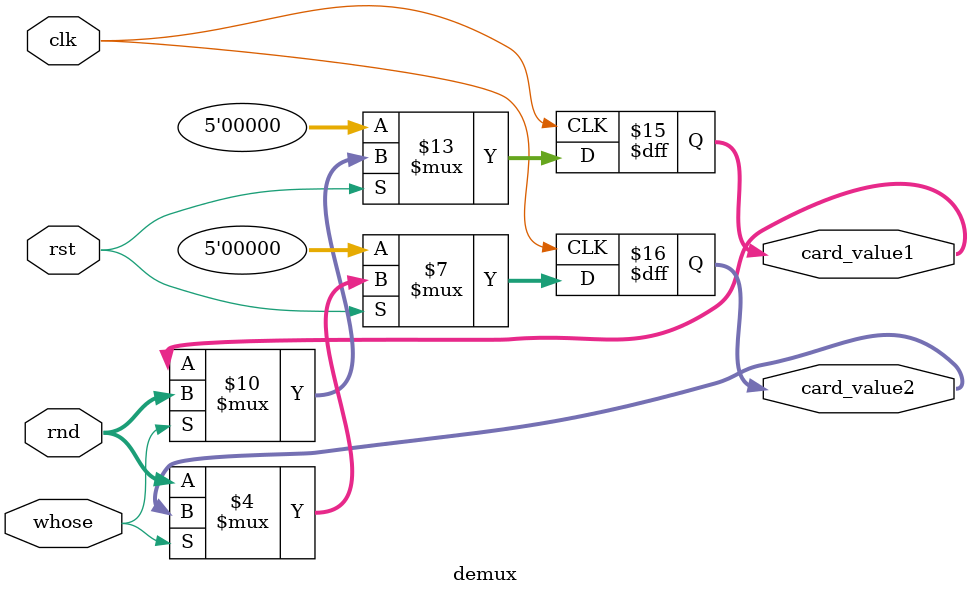
<source format=v>
module turn (
        input clk, rst,
        input [4-1:0] keypad_in,
        output reg en, whose
    );
    parameter turn1 = 1'b0;
    parameter turn2 = 1'b1;

    reg finite_state;

    always @(posedge clk) begin
        if (!rst) begin
            finite_state <= turn1;
        end
    end

    always @(posedge clk) begin
        case(finite_state)
        turn1: begin
            if (keypad_in == 4'b0011) begin
                finite_state <= turn2;
                en <= 1'b1;
                whose <= 1'b1;
            end
            else begin
                finite_state <= turn1;
                en <= 1'b0;
                whose <= 1'b0;
            end
        end
        turn2: begin
            if (keypad_in == 4'b0001) begin
                finite_state <= turn1;
                en <= 1'b1;
                whose <= 1'b0;
            end
            else begin
                finite_state <= turn2;
                en <= 1'b0;
                whose <= 1'b1;
            end
        end
        default: finite_state <= turn1;
        endcase
    end

endmodule



module counter (
        input clk, rst,
        input en,
        output reg [8-1:0] count
    );
    always @(posedge clk) begin
        if (!rst) begin
            count <= 8'b0;
        end
    end

    always @(posedge en) begin //이거밖에 없어도 클락에서 안뜯어져서움직이나..?
        count = count +1'b1; //아웃풋에ezr해도됨...?
    end

endmodule



module rand_gen (
        input clk, rst,
        input en,
        output wire [5-1:0] rnd
    );
        reg [5-1:0] q, nxt_q;
        reg feedback;

    assign rnd = q;

    always @(posedge clk, negedge rst) begin
        if (!rst) q <= 5'b11100;
        else begin
            q <= nxt_q;
        end
    end

    always @(*) begin
        nxt_q = q << 1;
        nxt_q[0] = q[2] ^ q[4];
    end

endmodule



module card_value (
        input clk, rst,
        input [5-1:0] rnd,
        output [2-1:0] color,
        output [3-1:0] number
    );
        reg [2-1:0] r_color, q_color;
        reg [3-1:0] r_number, q_number;

    assign color = r_color;
    assign number = r_number;

    always @(posedge clk) begin
        if (!rst) begin
            q_color <= 2'b0;
            q_number <= 3'b0;
        end
        else
        begin
            q_color <= r_color;
            q_number <= r_number;
        end
    end

    always @(*) begin
        r_color = (rnd[4:3] %3) + 1'b1;
        r_number = rnd[2:0] %5;
    end

endmodule


module demux (
        input clk, rst,
        input whose,
        input [5-1:0] rnd,
        output [5-1:0] card_value1, card_value2
    );
        
    always @(posedge clk) begin
        if (!rst) begin
            card_value1 <= 5'b0;
            card_value2 <= 5'b0;
        end
        else begin
            if (whose) card_value1 <= rnd;
            else card_value2 <= rnd;
        end
    end
endmodule
</source>
